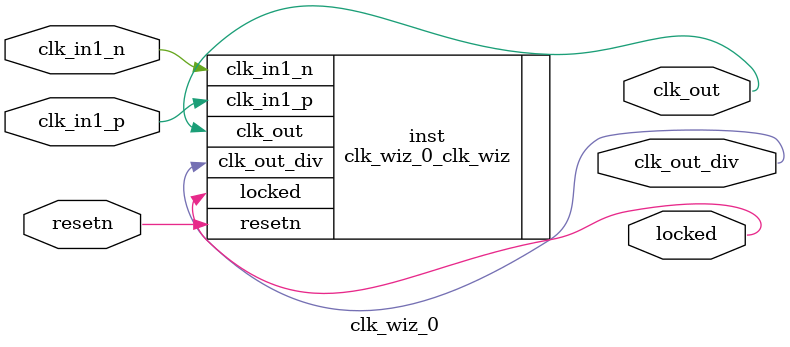
<source format=v>


`timescale 1ps/1ps

(* CORE_GENERATION_INFO = "clk_wiz_0,clk_wiz_v5_4_3_0,{component_name=clk_wiz_0,use_phase_alignment=true,use_min_o_jitter=false,use_max_i_jitter=false,use_dyn_phase_shift=false,use_inclk_switchover=false,use_dyn_reconfig=false,enable_axi=0,feedback_source=FDBK_AUTO,PRIMITIVE=MMCM,num_out_clk=2,clkin1_period=16.667,clkin2_period=10.0,use_power_down=false,use_reset=true,use_locked=true,use_inclk_stopped=false,feedback_type=SINGLE,CLOCK_MGR_TYPE=NA,manual_override=false}" *)

module clk_wiz_0 
 (
  // Clock out ports
  output        clk_out,
  output        clk_out_div,
  // Status and control signals
  input         resetn,
  output        locked,
 // Clock in ports
  input         clk_in1_p,
  input         clk_in1_n
 );

  clk_wiz_0_clk_wiz inst
  (
  // Clock out ports  
  .clk_out(clk_out),
  .clk_out_div(clk_out_div),
  // Status and control signals               
  .resetn(resetn), 
  .locked(locked),
 // Clock in ports
  .clk_in1_p(clk_in1_p),
  .clk_in1_n(clk_in1_n)
  );

endmodule

</source>
